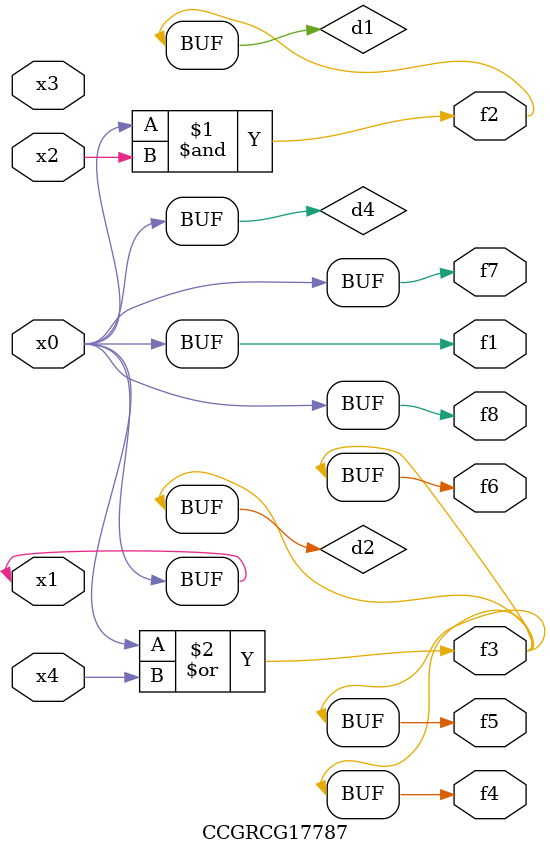
<source format=v>
module CCGRCG17787(
	input x0, x1, x2, x3, x4,
	output f1, f2, f3, f4, f5, f6, f7, f8
);

	wire d1, d2, d3, d4;

	and (d1, x0, x2);
	or (d2, x0, x4);
	nand (d3, x0, x2);
	buf (d4, x0, x1);
	assign f1 = d4;
	assign f2 = d1;
	assign f3 = d2;
	assign f4 = d2;
	assign f5 = d2;
	assign f6 = d2;
	assign f7 = d4;
	assign f8 = d4;
endmodule

</source>
